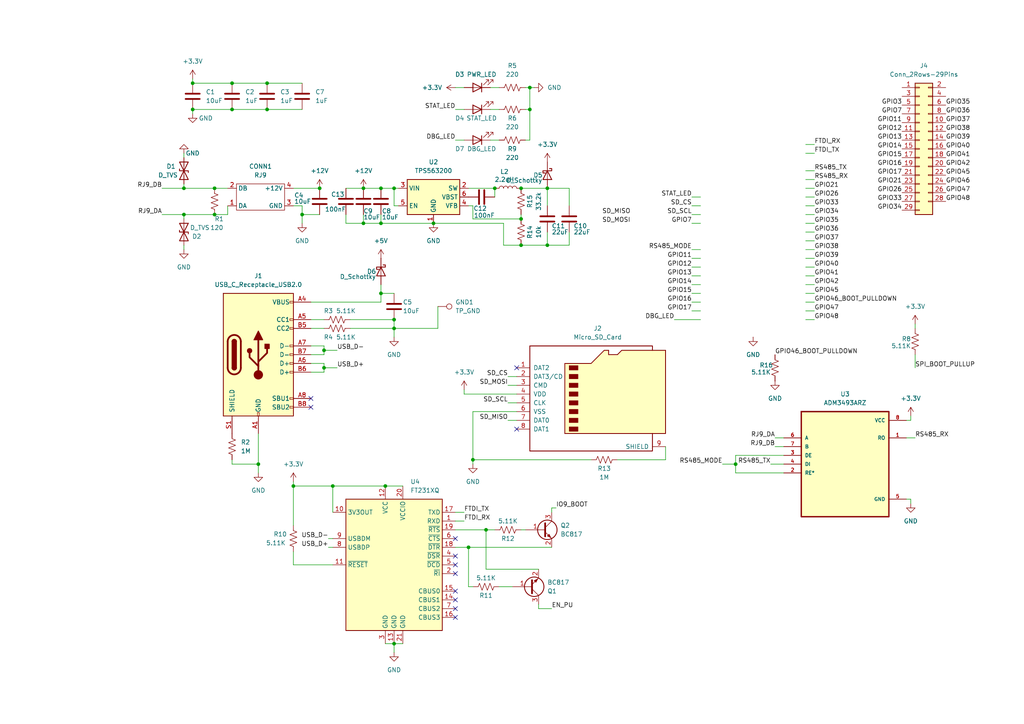
<source format=kicad_sch>
(kicad_sch (version 20231120) (generator "eeschema") (generator_version "8.0")
  (paper "A4")
  (lib_symbols
    (symbol "+3.3V_1" (power) (pin_names (offset 0))
      (property "Value" "+3.3V_1" (at 0 3.556 0))
      (symbol "+3.3V_1_1_1"
        (pin power_in line (at 0 0 90) (length 0) hide (name "+3.3V") (number "1"))
      )
    )
    (symbol "+3.3V_2" (power) (pin_names (offset 0))
      (property "Value" "+3.3V_2" (at 0 3.556 0))
      (symbol "+3.3V_2_1_1"
        (pin power_in line (at 0 0 90) (length 0) hide (name "+3.3V") (number "1"))
      )
    )
    (symbol "Connector:Micro_SD_Card" (pin_names (offset 1.016))
      (property "Reference" "J" (at -16.51 15.24 0))
      (property "Value" "Micro_SD_Card" (at 16.51 15.24 0))
      (symbol "Micro_SD_Card_1_1"
        (pin bidirectional line (at -22.86 7.62 0) (length 3.81) (name "DAT2") (number "1"))
        (pin bidirectional line (at -22.86 5.08 0) (length 3.81) (name "DAT3/CD") (number "2"))
        (pin input line (at -22.86 2.54 0) (length 3.81) (name "CMD") (number "3"))
        (pin power_in line (at -22.86 0 0) (length 3.81) (name "VDD") (number "4"))
        (pin input line (at -22.86 -2.54 0) (length 3.81) (name "CLK") (number "5"))
        (pin power_in line (at -22.86 -5.08 0) (length 3.81) (name "VSS") (number "6"))
        (pin bidirectional line (at -22.86 -7.62 0) (length 3.81) (name "DAT0") (number "7"))
        (pin bidirectional line (at -22.86 -10.16 0) (length 3.81) (name "DAT1") (number "8"))
        (pin passive line (at 20.32 -15.24 180) (length 3.81) (name "SHIELD") (number "9"))
      )
    )
    (symbol "Connector:TestPoint" (pin_numbers hide) (pin_names (offset 0.762) hide)
      (property "Reference" "TP" (at 0 6.858 0))
      (property "Value" "TestPoint" (at 0 5.08 0))
      (symbol "TestPoint_1_1"
        (pin passive line (at 0 0 90) (length 2.54) (name "1") (number "1"))
      )
    )
    (symbol "Connector:USB_C_Receptacle_USB2.0" (pin_names (offset 1.016))
      (property "Reference" "J" (at -10.16 19.05 0))
      (property "Value" "USB_C_Receptacle_USB2.0" (at 19.05 19.05 0))
      (symbol "USB_C_Receptacle_USB2.0_1_1"
        (pin passive line (at 0 -22.86 90) (length 5.08) (name "GND") (number "A1"))
        (pin passive line (at 0 -22.86 90) (length 5.08) hide (name "GND") (number "A12"))
        (pin passive line (at 15.24 15.24 180) (length 5.08) (name "VBUS") (number "A4"))
        (pin bidirectional line (at 15.24 10.16 180) (length 5.08) (name "CC1") (number "A5"))
        (pin bidirectional line (at 15.24 -2.54 180) (length 5.08) (name "D+") (number "A6"))
        (pin bidirectional line (at 15.24 2.54 180) (length 5.08) (name "D-") (number "A7"))
        (pin bidirectional line (at 15.24 -12.7 180) (length 5.08) (name "SBU1") (number "A8"))
        (pin passive line (at 15.24 15.24 180) (length 5.08) hide (name "VBUS") (number "A9"))
        (pin passive line (at 0 -22.86 90) (length 5.08) hide (name "GND") (number "B1"))
        (pin passive line (at 0 -22.86 90) (length 5.08) hide (name "GND") (number "B12"))
        (pin passive line (at 15.24 15.24 180) (length 5.08) hide (name "VBUS") (number "B4"))
        (pin bidirectional line (at 15.24 7.62 180) (length 5.08) (name "CC2") (number "B5"))
        (pin bidirectional line (at 15.24 -5.08 180) (length 5.08) (name "D+") (number "B6"))
        (pin bidirectional line (at 15.24 0 180) (length 5.08) (name "D-") (number "B7"))
        (pin bidirectional line (at 15.24 -15.24 180) (length 5.08) (name "SBU2") (number "B8"))
        (pin passive line (at 15.24 15.24 180) (length 5.08) hide (name "VBUS") (number "B9"))
        (pin passive line (at -7.62 -22.86 90) (length 5.08) (name "SHIELD") (number "S1"))
      )
    )
    (symbol "Connector_Generic:Conn_2Rows-29Pins" (pin_names (offset 1.016) hide)
      (property "Reference" "J" (at 1.27 20.32 0))
      (property "Value" "Conn_2Rows-29Pins" (at 1.27 -20.32 0))
      (symbol "Conn_2Rows-29Pins_1_1"
        (pin passive line (at -5.08 17.78 0) (length 3.81) (name "Pin_1") (number "1"))
        (pin passive line (at 7.62 7.62 180) (length 3.81) (name "Pin_10") (number "10"))
        (pin passive line (at -5.08 5.08 0) (length 3.81) (name "Pin_11") (number "11"))
        (pin passive line (at 7.62 5.08 180) (length 3.81) (name "Pin_12") (number "12"))
        (pin passive line (at -5.08 2.54 0) (length 3.81) (name "Pin_13") (number "13"))
        (pin passive line (at 7.62 2.54 180) (length 3.81) (name "Pin_14") (number "14"))
        (pin passive line (at -5.08 0 0) (length 3.81) (name "Pin_15") (number "15"))
        (pin passive line (at 7.62 0 180) (length 3.81) (name "Pin_16") (number "16"))
        (pin passive line (at -5.08 -2.54 0) (length 3.81) (name "Pin_17") (number "17"))
        (pin passive line (at 7.62 -2.54 180) (length 3.81) (name "Pin_18") (number "18"))
        (pin passive line (at -5.08 -5.08 0) (length 3.81) (name "Pin_19") (number "19"))
        (pin passive line (at 7.62 17.78 180) (length 3.81) (name "Pin_2") (number "2"))
        (pin passive line (at 7.62 -5.08 180) (length 3.81) (name "Pin_20") (number "20"))
        (pin passive line (at -5.08 -7.62 0) (length 3.81) (name "Pin_21") (number "21"))
        (pin passive line (at 7.62 -7.62 180) (length 3.81) (name "Pin_22") (number "22"))
        (pin passive line (at -5.08 -10.16 0) (length 3.81) (name "Pin_23") (number "23"))
        (pin passive line (at 7.62 -10.16 180) (length 3.81) (name "Pin_24") (number "24"))
        (pin passive line (at -5.08 -12.7 0) (length 3.81) (name "Pin_25") (number "25"))
        (pin passive line (at 7.62 -12.7 180) (length 3.81) (name "Pin_26") (number "26"))
        (pin passive line (at -5.08 -15.24 0) (length 3.81) (name "Pin_27") (number "27"))
        (pin passive line (at 7.62 -15.24 180) (length 3.81) (name "Pin_28") (number "28"))
        (pin passive line (at -5.08 -17.78 0) (length 3.81) (name "Pin_29") (number "29"))
        (pin passive line (at -5.08 15.24 0) (length 3.81) (name "Pin_3") (number "3"))
        (pin passive line (at 7.62 15.24 180) (length 3.81) (name "Pin_4") (number "4"))
        (pin passive line (at -5.08 12.7 0) (length 3.81) (name "Pin_5") (number "5"))
        (pin passive line (at 7.62 12.7 180) (length 3.81) (name "Pin_6") (number "6"))
        (pin passive line (at -5.08 10.16 0) (length 3.81) (name "Pin_7") (number "7"))
        (pin passive line (at 7.62 10.16 180) (length 3.81) (name "Pin_8") (number "8"))
        (pin passive line (at -5.08 7.62 0) (length 3.81) (name "Pin_9") (number "9"))
      )
    )
    (symbol "Device:C" (pin_numbers hide) (pin_names (offset 0.254))
      (property "Reference" "C" (at 0.635 2.54 0))
      (property "Value" "C" (at 0.635 -2.54 0))
      (symbol "C_1_1"
        (pin passive line (at 0 3.81 270) (length 2.794) (name "~") (number "1"))
        (pin passive line (at 0 -3.81 90) (length 2.794) (name "~") (number "2"))
      )
    )
    (symbol "Device:D_Schottky" (pin_numbers hide) (pin_names (offset 1.016) hide)
      (property "Reference" "D" (at 0 2.54 0))
      (property "Value" "D_Schottky" (at 0 -2.54 0))
      (symbol "D_Schottky_1_1"
        (pin passive line (at -3.81 0 0) (length 2.54) (name "K") (number "1"))
        (pin passive line (at 3.81 0 180) (length 2.54) (name "A") (number "2"))
      )
    )
    (symbol "Device:D_TVS" (pin_numbers hide) (pin_names (offset 1.016) hide)
      (property "Reference" "D" (at 0 2.54 0))
      (property "Value" "D_TVS" (at 0 -2.54 0))
      (symbol "D_TVS_1_1"
        (pin passive line (at -3.81 0 0) (length 2.54) (name "A1") (number "1"))
        (pin passive line (at 3.81 0 180) (length 2.54) (name "A2") (number "2"))
      )
    )
    (symbol "Device:L" (pin_numbers hide) (pin_names (offset 1.016) hide)
      (property "Reference" "L" (at -1.27 0 90))
      (property "Value" "L" (at 1.905 0 90))
      (symbol "L_1_1"
        (pin passive line (at 0 3.81 270) (length 1.27) (name "1") (number "1"))
        (pin passive line (at 0 -3.81 90) (length 1.27) (name "2") (number "2"))
      )
    )
    (symbol "Device:LED" (pin_numbers hide) (pin_names (offset 1.016) hide)
      (property "Reference" "D" (at 0 2.54 0))
      (property "Value" "LED" (at 0 -2.54 0))
      (symbol "LED_1_1"
        (pin passive line (at -3.81 0 0) (length 2.54) (name "K") (number "1"))
        (pin passive line (at 3.81 0 180) (length 2.54) (name "A") (number "2"))
      )
    )
    (symbol "Device:R_US" (pin_numbers hide) (pin_names (offset 0))
      (property "Reference" "R" (at 2.54 0 90))
      (property "Value" "R_US" (at -2.54 0 90))
      (symbol "R_US_1_1"
        (pin passive line (at 0 3.81 270) (length 1.27) (name "~") (number "1"))
        (pin passive line (at 0 -3.81 90) (length 1.27) (name "~") (number "2"))
      )
    )
    (symbol "GND_1" (power) (pin_names (offset 0))
      (property "Value" "GND_1" (at 0 -3.81 0))
      (symbol "GND_1_1_1"
        (pin power_in line (at 0 0 270) (length 0) hide (name "GND") (number "1"))
      )
    )
    (symbol "GND_2" (power) (pin_names (offset 0))
      (property "Value" "GND_2" (at 0 -3.81 0))
      (symbol "GND_2_1_1"
        (pin power_in line (at 0 0 270) (length 0) hide (name "GND") (number "1"))
      )
    )
    (symbol "GND_3" (power) (pin_numbers hide) (pin_names (offset 0) hide)
      (property "Value" "GND" (at 0 -3.81 0))
      (symbol "GND_3_1_1"
        (pin power_in line (at 0 0 270) (length 0) (name "~") (number "1"))
      )
    )
    (symbol "Interface_USB:FT231XQ"
      (property "Reference" "U" (at -13.97 20.32 0))
      (property "Value" "FT231XQ" (at 6.35 20.32 0))
      (symbol "FT231XQ_1_1"
        (pin input line (at 17.78 12.7 180) (length 3.81) (name "RXD") (number "1"))
        (pin power_out line (at -17.78 15.24 0) (length 3.81) (name "3V3OUT") (number "10"))
        (pin input line (at -17.78 0 0) (length 3.81) (name "~{RESET}") (number "11"))
        (pin power_in line (at -2.54 22.86 270) (length 3.81) (name "VCC") (number "12"))
        (pin power_in line (at 0 -22.86 90) (length 3.81) (name "GND") (number "13"))
        (pin bidirectional line (at 17.78 -10.16 180) (length 3.81) (name "CBUS1") (number "14"))
        (pin bidirectional line (at 17.78 -7.62 180) (length 3.81) (name "CBUS0") (number "15"))
        (pin bidirectional line (at 17.78 -15.24 180) (length 3.81) (name "CBUS3") (number "16"))
        (pin output line (at 17.78 15.24 180) (length 3.81) (name "TXD") (number "17"))
        (pin output line (at 17.78 5.08 180) (length 3.81) (name "~{DTR}") (number "18"))
        (pin output line (at 17.78 10.16 180) (length 3.81) (name "~{RTS}") (number "19"))
        (pin input line (at 17.78 -2.54 180) (length 3.81) (name "~{RI}") (number "2"))
        (pin power_in line (at 2.54 22.86 270) (length 3.81) (name "VCCIO") (number "20"))
        (pin power_in line (at 2.54 -22.86 90) (length 3.81) (name "GND") (number "21"))
        (pin power_in line (at -2.54 -22.86 90) (length 3.81) (name "GND") (number "3"))
        (pin input line (at 17.78 2.54 180) (length 3.81) (name "~{DSR}") (number "4"))
        (pin input line (at 17.78 0 180) (length 3.81) (name "~{DCD}") (number "5"))
        (pin input line (at 17.78 7.62 180) (length 3.81) (name "~{CTS}") (number "6"))
        (pin bidirectional line (at 17.78 -12.7 180) (length 3.81) (name "CBUS2") (number "7"))
        (pin bidirectional line (at -17.78 5.08 0) (length 3.81) (name "USBDP") (number "8"))
        (pin bidirectional line (at -17.78 7.62 0) (length 3.81) (name "USBDM") (number "9"))
      )
    )
    (symbol "RJ9:RJ9"
      (property "Reference" "CONN1" (at -0.635 8.89 0))
      (property "Value" "RJ9" (at -0.635 6.35 0))
      (symbol "RJ9_1_1"
        (pin power_in line (at -8.89 2.54 0) (length 2.54) (name "DA") (number "1"))
        (pin power_in line (at -8.89 -2.54 0) (length 2.54) (name "DB") (number "2"))
        (pin bidirectional line (at 10.16 2.54 180) (length 2.54) (name "GND") (number "3"))
        (pin bidirectional line (at 10.16 -2.54 180) (length 2.54) (name "+12V") (number "4"))
      )
    )
    (symbol "RS485_Transceiver:ADM3493ARZ" (pin_names (offset 1.016))
      (property "Reference" "U" (at -12.7 16.2306 0))
      (property "Value" "ADM3493ARZ" (at -12.7 -19.2278 0))
      (symbol "ADM3493ARZ_0_0"
        (pin output line (at 17.78 7.62 180) (length 5.08) (name "RO") (number "1"))
        (pin input line (at -17.78 -2.54 0) (length 5.08) (name "RE*") (number "2"))
        (pin input line (at -17.78 2.54 0) (length 5.08) (name "DE") (number "3"))
        (pin input line (at -17.78 0 0) (length 5.08) (name "DI") (number "4"))
        (pin power_in line (at 17.78 -10.16 180) (length 5.08) (name "GND") (number "5"))
        (pin input line (at -17.78 7.62 0) (length 5.08) (name "A") (number "6"))
        (pin input line (at -17.78 5.08 0) (length 5.08) (name "B") (number "7"))
        (pin power_in line (at 17.78 12.7 180) (length 5.08) (name "VCC") (number "8"))
      )
    )
    (symbol "Regulator_Switching:TPS563200"
      (property "Reference" "U" (at -7.62 6.35 0))
      (property "Value" "TPS563200" (at -2.54 6.35 0))
      (symbol "TPS563200_1_1"
        (pin power_in line (at 0 -7.62 90) (length 2.54) (name "GND") (number "1"))
        (pin output line (at 10.16 2.54 180) (length 2.54) (name "SW") (number "2"))
        (pin power_in line (at -10.16 2.54 0) (length 2.54) (name "VIN") (number "3"))
        (pin input line (at 10.16 -2.54 180) (length 2.54) (name "VFB") (number "4"))
        (pin input line (at -10.16 -2.54 0) (length 2.54) (name "EN") (number "5"))
        (pin passive line (at 10.16 0 180) (length 2.54) (name "VBST") (number "6"))
      )
    )
    (symbol "Transistor_BJT:BC817" (pin_names (offset 0) hide)
      (property "Reference" "Q" (at 5.08 1.905 0))
      (property "Value" "BC817" (at 5.08 0 0))
      (symbol "BC817_1_1"
        (pin input line (at -5.08 0 0) (length 5.715) (name "B") (number "1"))
        (pin passive line (at 2.54 -5.08 90) (length 2.54) (name "E") (number "2"))
        (pin passive line (at 2.54 5.08 270) (length 2.54) (name "C") (number "3"))
      )
    )
    (symbol "power:+12V" (power) (pin_numbers hide) (pin_names (offset 0) hide)
      (property "Value" "+12V" (at 0 3.556 0))
      (symbol "+12V_1_1"
        (pin power_in line (at 0 0 90) (length 0) (name "~") (number "1"))
      )
    )
    (symbol "power:+3.3V" (power) (pin_names (offset 0))
      (property "Value" "+3.3V" (at 0 3.556 0))
      (symbol "+3.3V_1_1"
        (pin power_in line (at 0 0 90) (length 0) hide (name "+3.3V") (number "1"))
      )
    )
    (symbol "power:+5V" (power) (pin_numbers hide) (pin_names (offset 0) hide)
      (property "Value" "+5V" (at 0 3.556 0))
      (symbol "+5V_1_1"
        (pin power_in line (at 0 0 90) (length 0) (name "~") (number "1"))
      )
    )
    (symbol "power:GND" (power) (pin_names (offset 0))
      (property "Value" "GND" (at 0 -3.81 0))
      (symbol "GND_1_1"
        (pin power_in line (at 0 0 270) (length 0) hide (name "GND") (number "1"))
      )
    )
  )
  (junction (at 151.13 54.61))
  (junction (at 110.49 54.61))
  (junction (at 140.97 153.67))
  (junction (at 137.16 133.35))
  (junction (at 74.93 134.62))
  (junction (at 85.09 140.97))
  (junction (at 153.67 31.75))
  (junction (at 93.98 101.6))
  (junction (at 151.13 63.5))
  (junction (at 114.3 186.69))
  (junction (at 62.23 54.61))
  (junction (at 77.47 24.13))
  (junction (at 158.75 54.61))
  (junction (at 92.71 54.61))
  (junction (at 114.3 92.71))
  (junction (at 93.98 106.68))
  (junction (at 62.23 62.23))
  (junction (at 67.31 24.13))
  (junction (at 55.88 24.13))
  (junction (at 114.3 54.61))
  (junction (at 135.89 158.75))
  (junction (at 153.67 25.4))
  (junction (at 77.47 31.75))
  (junction (at 143.51 54.61))
  (junction (at 105.41 64.77))
  (junction (at 67.31 31.75))
  (junction (at 55.88 31.75))
  (junction (at 87.63 62.23))
  (junction (at 151.13 71.12))
  (junction (at 110.49 85.09))
  (junction (at 158.75 71.12))
  (junction (at 105.41 54.61))
  (junction (at 213.36 134.62))
  (junction (at 53.34 54.61))
  (junction (at 111.76 140.97))
  (junction (at 125.73 64.77))
  (junction (at 53.34 62.23))
  (junction (at 96.52 140.97))
  (junction (at 114.3 95.25))
  (junction (at 110.49 64.77))
  (no_connect (at 132.08 173.99))
  (no_connect (at 132.08 156.21))
  (no_connect (at 149.86 106.68))
  (no_connect (at 149.86 124.46))
  (no_connect (at 132.08 179.07))
  (no_connect (at 132.08 163.83))
  (no_connect (at 132.08 166.37))
  (no_connect (at 90.17 115.57))
  (no_connect (at 132.08 171.45))
  (no_connect (at 132.08 161.29))
  (no_connect (at 132.08 176.53))
  (no_connect (at 90.17 118.11))
  (wire (pts (xy 142.24 25.4) (xy 144.78 25.4)))
  (wire (pts (xy 152.4 40.64) (xy 153.67 40.64)))
  (wire (pts (xy 213.36 137.16) (xy 227.33 137.16)))
  (wire (pts (xy 67.31 24.13) (xy 77.47 24.13)))
  (wire (pts (xy 110.49 54.61) (xy 114.3 54.61)))
  (wire (pts (xy 152.4 25.4) (xy 153.67 25.4)))
  (wire (pts (xy 158.75 71.12) (xy 151.13 71.12)))
  (wire (pts (xy 93.98 102.87) (xy 90.17 102.87)))
  (wire (pts (xy 111.76 140.97) (xy 116.84 140.97)))
  (wire (pts (xy 132.08 40.64) (xy 134.62 40.64)))
  (wire (pts (xy 85.09 140.97) (xy 85.09 152.4)))
  (wire (pts (xy 110.49 85.09) (xy 114.3 85.09)))
  (wire (pts (xy 85.09 140.97) (xy 96.52 140.97)))
  (wire (pts (xy 200.66 85.09) (xy 203.2 85.09)))
  (wire (pts (xy 233.68 54.61) (xy 236.22 54.61)))
  (wire (pts (xy 233.68 62.23) (xy 236.22 62.23)))
  (wire (pts (xy 96.52 163.83) (xy 85.09 163.83)))
  (wire (pts (xy 46.99 54.61) (xy 53.34 54.61)))
  (wire (pts (xy 233.68 82.55) (xy 236.22 82.55)))
  (wire (pts (xy 142.24 31.75) (xy 144.78 31.75)))
  (wire (pts (xy 142.24 40.64) (xy 144.78 40.64)))
  (wire (pts (xy 147.32 116.84) (xy 149.86 116.84)))
  (wire (pts (xy 233.68 69.85) (xy 236.22 69.85)))
  (wire (pts (xy 93.98 101.6) (xy 97.79 101.6)))
  (wire (pts (xy 115.57 59.69) (xy 114.3 59.69)))
  (wire (pts (xy 85.09 54.61) (xy 92.71 54.61)))
  (wire (pts (xy 127 95.25) (xy 114.3 95.25)))
  (wire (pts (xy 62.23 62.23) (xy 66.04 62.23)))
  (wire (pts (xy 227.33 132.08) (xy 213.36 132.08)))
  (wire (pts (xy 92.71 62.23) (xy 87.63 62.23)))
  (wire (pts (xy 127 88.9) (xy 127 95.25)))
  (wire (pts (xy 85.09 139.7) (xy 85.09 140.97)))
  (wire (pts (xy 200.66 59.69) (xy 203.2 59.69)))
  (wire (pts (xy 111.76 186.69) (xy 114.3 186.69)))
  (wire (pts (xy 151.13 153.67) (xy 152.4 153.67)))
  (wire (pts (xy 137.16 119.38) (xy 149.86 119.38)))
  (wire (pts (xy 224.79 127) (xy 227.33 127)))
  (wire (pts (xy 165.1 54.61) (xy 158.75 54.61)))
  (wire (pts (xy 53.34 53.34) (xy 53.34 54.61)))
  (wire (pts (xy 67.31 134.62) (xy 74.93 134.62)))
  (wire (pts (xy 93.98 107.95) (xy 90.17 107.95)))
  (wire (pts (xy 135.89 158.75) (xy 135.89 170.18)))
  (wire (pts (xy 137.16 134.62) (xy 137.16 133.35)))
  (wire (pts (xy 93.98 100.33) (xy 93.98 101.6)))
  (wire (pts (xy 165.1 59.69) (xy 165.1 54.61)))
  (wire (pts (xy 233.68 92.71) (xy 236.22 92.71)))
  (wire (pts (xy 160.02 147.32) (xy 160.02 148.59)))
  (wire (pts (xy 135.89 54.61) (xy 143.51 54.61)))
  (wire (pts (xy 100.33 64.77) (xy 105.41 64.77)))
  (wire (pts (xy 265.43 102.87) (xy 265.43 106.68)))
  (wire (pts (xy 53.34 63.5) (xy 53.34 62.23)))
  (wire (pts (xy 105.41 64.77) (xy 105.41 62.23)))
  (wire (pts (xy 233.68 67.31) (xy 236.22 67.31)))
  (wire (pts (xy 87.63 64.77) (xy 87.63 62.23)))
  (wire (pts (xy 62.23 54.61) (xy 66.04 54.61)))
  (wire (pts (xy 200.66 87.63) (xy 203.2 87.63)))
  (wire (pts (xy 158.75 54.61) (xy 158.75 59.69)))
  (wire (pts (xy 132.08 148.59) (xy 134.62 148.59)))
  (wire (pts (xy 95.25 156.21) (xy 96.52 156.21)))
  (wire (pts (xy 53.34 44.45) (xy 53.34 45.72)))
  (wire (pts (xy 200.66 90.17) (xy 203.2 90.17)))
  (wire (pts (xy 114.3 92.71) (xy 114.3 95.25)))
  (wire (pts (xy 153.67 31.75) (xy 153.67 40.64)))
  (wire (pts (xy 236.22 52.07) (xy 233.68 52.07)))
  (wire (pts (xy 200.66 74.93) (xy 203.2 74.93)))
  (wire (pts (xy 93.98 101.6) (xy 93.98 102.87)))
  (wire (pts (xy 135.89 59.69) (xy 137.16 59.69)))
  (wire (pts (xy 195.58 92.71) (xy 203.2 92.71)))
  (wire (pts (xy 93.98 106.68) (xy 97.79 106.68)))
  (wire (pts (xy 96.52 140.97) (xy 111.76 140.97)))
  (wire (pts (xy 151.13 71.12) (xy 146.05 71.12)))
  (wire (pts (xy 193.04 129.54) (xy 193.04 133.35)))
  (wire (pts (xy 105.41 54.61) (xy 110.49 54.61)))
  (wire (pts (xy 264.16 146.05) (xy 264.16 144.78)))
  (wire (pts (xy 85.09 59.69) (xy 87.63 59.69)))
  (wire (pts (xy 209.55 134.62) (xy 213.36 134.62)))
  (wire (pts (xy 55.88 31.75) (xy 67.31 31.75)))
  (wire (pts (xy 151.13 63.5) (xy 151.13 62.23)))
  (wire (pts (xy 144.78 170.18) (xy 148.59 170.18)))
  (wire (pts (xy 137.16 133.35) (xy 137.16 119.38)))
  (wire (pts (xy 110.49 82.55) (xy 110.49 85.09)))
  (wire (pts (xy 90.17 87.63) (xy 110.49 87.63)))
  (wire (pts (xy 147.32 121.92) (xy 149.86 121.92)))
  (wire (pts (xy 55.88 24.13) (xy 67.31 24.13)))
  (wire (pts (xy 66.04 62.23) (xy 66.04 59.69)))
  (wire (pts (xy 137.16 63.5) (xy 151.13 63.5)))
  (wire (pts (xy 114.3 95.25) (xy 114.3 97.79)))
  (wire (pts (xy 233.68 87.63) (xy 236.22 87.63)))
  (wire (pts (xy 233.68 74.93) (xy 236.22 74.93)))
  (wire (pts (xy 264.16 121.92) (xy 262.89 121.92)))
  (wire (pts (xy 132.08 31.75) (xy 134.62 31.75)))
  (wire (pts (xy 110.49 62.23) (xy 110.49 64.77)))
  (wire (pts (xy 143.51 153.67) (xy 140.97 153.67)))
  (wire (pts (xy 135.89 158.75) (xy 160.02 158.75)))
  (wire (pts (xy 90.17 92.71) (xy 93.98 92.71)))
  (wire (pts (xy 85.09 163.83) (xy 85.09 160.02)))
  (wire (pts (xy 132.08 25.4) (xy 134.62 25.4)))
  (wire (pts (xy 224.79 129.54) (xy 227.33 129.54)))
  (wire (pts (xy 156.21 176.53) (xy 156.21 175.26)))
  (wire (pts (xy 158.75 54.61) (xy 151.13 54.61)))
  (wire (pts (xy 152.4 31.75) (xy 153.67 31.75)))
  (wire (pts (xy 149.86 114.3) (xy 134.62 114.3)))
  (wire (pts (xy 200.66 80.01) (xy 203.2 80.01)))
  (wire (pts (xy 200.66 57.15) (xy 203.2 57.15)))
  (wire (pts (xy 93.98 105.41) (xy 93.98 106.68)))
  (wire (pts (xy 158.75 67.31) (xy 158.75 71.12)))
  (wire (pts (xy 262.89 127) (xy 265.43 127)))
  (wire (pts (xy 233.68 90.17) (xy 236.22 90.17)))
  (wire (pts (xy 135.89 170.18) (xy 137.16 170.18)))
  (wire (pts (xy 90.17 105.41) (xy 93.98 105.41)))
  (wire (pts (xy 213.36 134.62) (xy 213.36 137.16)))
  (wire (pts (xy 96.52 140.97) (xy 96.52 148.59)))
  (wire (pts (xy 132.08 153.67) (xy 140.97 153.67)))
  (wire (pts (xy 200.66 77.47) (xy 203.2 77.47)))
  (wire (pts (xy 200.66 64.77) (xy 203.2 64.77)))
  (wire (pts (xy 160.02 176.53) (xy 156.21 176.53)))
  (wire (pts (xy 114.3 54.61) (xy 115.57 54.61)))
  (wire (pts (xy 233.68 57.15) (xy 236.22 57.15)))
  (wire (pts (xy 67.31 133.35) (xy 67.31 134.62)))
  (wire (pts (xy 55.88 31.75) (xy 55.88 33.02)))
  (wire (pts (xy 90.17 95.25) (xy 93.98 95.25)))
  (wire (pts (xy 125.73 64.77) (xy 110.49 64.77)))
  (wire (pts (xy 101.6 92.71) (xy 114.3 92.71)))
  (wire (pts (xy 161.29 147.32) (xy 160.02 147.32)))
  (wire (pts (xy 87.63 59.69) (xy 87.63 62.23)))
  (wire (pts (xy 93.98 106.68) (xy 93.98 107.95)))
  (wire (pts (xy 74.93 125.73) (xy 74.93 134.62)))
  (wire (pts (xy 143.51 54.61) (xy 143.51 57.15)))
  (wire (pts (xy 233.68 80.01) (xy 236.22 80.01)))
  (wire (pts (xy 146.05 71.12) (xy 146.05 64.77)))
  (wire (pts (xy 53.34 62.23) (xy 62.23 62.23)))
  (wire (pts (xy 77.47 24.13) (xy 87.63 24.13)))
  (wire (pts (xy 114.3 186.69) (xy 114.3 189.23)))
  (wire (pts (xy 265.43 93.98) (xy 265.43 95.25)))
  (wire (pts (xy 146.05 64.77) (xy 125.73 64.77)))
  (wire (pts (xy 153.67 25.4) (xy 153.67 31.75)))
  (wire (pts (xy 101.6 95.25) (xy 114.3 95.25)))
  (wire (pts (xy 193.04 133.35) (xy 179.07 133.35)))
  (wire (pts (xy 236.22 41.91) (xy 233.68 41.91)))
  (wire (pts (xy 200.66 72.39) (xy 203.2 72.39)))
  (wire (pts (xy 100.33 54.61) (xy 105.41 54.61)))
  (wire (pts (xy 53.34 54.61) (xy 62.23 54.61)))
  (wire (pts (xy 46.99 62.23) (xy 53.34 62.23)))
  (wire (pts (xy 264.16 120.65) (xy 264.16 121.92)))
  (wire (pts (xy 147.32 109.22) (xy 149.86 109.22)))
  (wire (pts (xy 53.34 72.39) (xy 53.34 71.12)))
  (wire (pts (xy 140.97 165.1) (xy 140.97 153.67)))
  (wire (pts (xy 55.88 22.86) (xy 55.88 24.13)))
  (wire (pts (xy 165.1 67.31) (xy 165.1 71.12)))
  (wire (pts (xy 223.52 134.62) (xy 227.33 134.62)))
  (wire (pts (xy 171.45 133.35) (xy 137.16 133.35)))
  (wire (pts (xy 132.08 151.13) (xy 134.62 151.13)))
  (wire (pts (xy 77.47 31.75) (xy 87.63 31.75)))
  (wire (pts (xy 134.62 114.3) (xy 134.62 113.03)))
  (wire (pts (xy 110.49 85.09) (xy 110.49 87.63)))
  (wire (pts (xy 233.68 77.47) (xy 236.22 77.47)))
  (wire (pts (xy 233.68 72.39) (xy 236.22 72.39)))
  (wire (pts (xy 233.68 64.77) (xy 236.22 64.77)))
  (wire (pts (xy 90.17 100.33) (xy 93.98 100.33)))
  (wire (pts (xy 213.36 132.08) (xy 213.36 134.62)))
  (wire (pts (xy 74.93 134.62) (xy 74.93 137.16)))
  (wire (pts (xy 110.49 64.77) (xy 105.41 64.77)))
  (wire (pts (xy 114.3 186.69) (xy 116.84 186.69)))
  (wire (pts (xy 114.3 59.69) (xy 114.3 54.61)))
  (wire (pts (xy 165.1 71.12) (xy 158.75 71.12)))
  (wire (pts (xy 147.32 111.76) (xy 149.86 111.76)))
  (wire (pts (xy 95.25 158.75) (xy 96.52 158.75)))
  (wire (pts (xy 200.66 82.55) (xy 203.2 82.55)))
  (wire (pts (xy 67.31 31.75) (xy 77.47 31.75)))
  (wire (pts (xy 236.22 44.45) (xy 233.68 44.45)))
  (wire (pts (xy 233.68 85.09) (xy 236.22 85.09)))
  (wire (pts (xy 137.16 59.69) (xy 137.16 63.5)))
  (wire (pts (xy 156.21 165.1) (xy 140.97 165.1)))
  (wire (pts (xy 233.68 59.69) (xy 236.22 59.69)))
  (wire (pts (xy 153.67 25.4) (xy 154.94 25.4)))
  (wire (pts (xy 200.66 62.23) (xy 203.2 62.23)))
  (wire (pts (xy 135.89 158.75) (xy 132.08 158.75)))
  (wire (pts (xy 100.33 62.23) (xy 100.33 64.77)))
  (wire (pts (xy 264.16 144.78) (xy 262.89 144.78)))
  (wire (pts (xy 236.22 49.53) (xy 233.68 49.53)))
  (label "FTDI_RX" (at 236.22 41.91 0))
  (label "GPIO13" (at 261.62 40.64 180))
  (label "DBG_LED" (at 195.58 92.71 180))
  (label "GPIO41" (at 274.32 45.72 0))
  (label "RJ9_DB" (at 46.99 54.61 180))
  (label "DBG_LED" (at 132.08 40.64 180))
  (label "GPIO46_BOOT_PULLDOWN" (at 236.22 87.63 0))
  (label "GPIO42" (at 274.32 48.26 0))
  (label "GPIO16" (at 261.62 48.26 180))
  (label "GPIO39" (at 236.22 74.93 0))
  (label "GPIO7" (at 261.62 33.02 180))
  (label "GPIO42" (at 236.22 82.55 0))
  (label "RS485_RX" (at 236.22 52.07 0))
  (label "RS485_TX" (at 236.22 49.53 0))
  (label "GPIO15" (at 200.66 85.09 180))
  (label "GPIO26" (at 236.22 57.15 0))
  (label "GPIO16" (at 200.66 87.63 180))
  (label "FTDI_RX" (at 134.62 151.13 0))
  (label "GPIO36" (at 236.22 67.31 0))
  (label "GPIO46_BOOT_PULLDOWN" (at 224.79 102.87 0))
  (label "GPIO17" (at 200.66 90.17 180))
  (label "SD_CS" (at 147.32 109.22 180))
  (label "GPIO14" (at 200.66 82.55 180))
  (label "GPIO38" (at 274.32 38.1 0))
  (label "RJ9_DB" (at 224.79 129.54 180))
  (label "USB_D-" (at 95.25 156.21 180))
  (label "USB_D+" (at 95.25 158.75 180))
  (label "GPIO12" (at 200.66 77.47 180))
  (label "GPIO47" (at 236.22 90.17 0))
  (label "GPIO35" (at 274.32 30.48 0))
  (label "GPIO38" (at 236.22 72.39 0))
  (label "GPIO21" (at 236.22 54.61 0))
  (label "GPIO33" (at 261.62 58.42 180))
  (label "GPIO37" (at 236.22 69.85 0))
  (label "USB_D-" (at 97.79 101.6 0))
  (label "IO9_BOOT" (at 161.29 147.32 0))
  (label "GPIO3" (at 261.62 30.48 180))
  (label "GPIO17" (at 261.62 50.8 180))
  (label "RS485_TX" (at 223.52 134.62 180))
  (label "GPIO14" (at 261.62 43.18 180))
  (label "GPIO46" (at 274.32 53.34 0))
  (label "GPIO45" (at 236.22 85.09 0))
  (label "GPIO11" (at 261.62 35.56 180))
  (label "RJ9_DA" (at 46.99 62.23 180))
  (label "SPI_BOOT_PULLUP" (at 265.43 106.68 0))
  (label "GPIO40" (at 274.32 43.18 0))
  (label "GPIO41" (at 236.22 80.01 0))
  (label "GPIO47" (at 274.32 55.88 0))
  (label "EN_PU" (at 160.02 176.53 0))
  (label "STAT_LED" (at 132.08 31.75 180))
  (label "SD_MISO" (at 182.88 62.23 180))
  (label "GPIO45" (at 274.32 50.8 0))
  (label "GPIO15" (at 261.62 45.72 180))
  (label "SD_MISO" (at 147.32 121.92 180))
  (label "SD_SCL" (at 200.66 62.23 180))
  (label "RS485_MODE" (at 209.55 134.62 180))
  (label "STAT_LED" (at 200.66 57.15 180))
  (label "GPIO11" (at 200.66 74.93 180))
  (label "GPIO36" (at 274.32 33.02 0))
  (label "GPIO37" (at 274.32 35.56 0))
  (label "RJ9_DA" (at 224.79 127 180))
  (label "SD_MOSI" (at 147.32 111.76 180))
  (label "GPIO12" (at 261.62 38.1 180))
  (label "GPIO35" (at 236.22 64.77 0))
  (label "GPIO48" (at 236.22 92.71 0))
  (label "FTDI_TX" (at 236.22 44.45 0))
  (label "GPIO34" (at 236.22 62.23 0))
  (label "USB_D+" (at 97.79 106.68 0))
  (label "GPIO34" (at 261.62 60.96 180))
  (label "GPIO7" (at 200.66 64.77 180))
  (label "RS485_RX" (at 265.43 127 0))
  (label "GPIO13" (at 200.66 80.01 180))
  (label "SD_SCL" (at 147.32 116.84 180))
  (label "FTDI_TX" (at 134.62 148.59 0))
  (label "GPIO39" (at 274.32 40.64 0))
  (label "GPIO26" (at 261.62 55.88 180))
  (label "GPIO21" (at 261.62 53.34 180))
  (label "GPIO40" (at 236.22 77.47 0))
  (label "GPIO48" (at 274.32 58.42 0))
  (label "GPIO33" (at 236.22 59.69 0))
  (label "RS485_MODE" (at 200.66 72.39 180))
  (label "SD_CS" (at 200.66 59.69 180))
  (label "SD_MOSI" (at 182.88 64.77 180))
  (symbol (lib_name "+3.3V_2") (lib_id "power:+3.3V") (at 85.09 139.7 0) (unit 1)
    (property "Reference" "#PWR011" (effects (hide yes)))
    (property "Value" "+3.3V" (at 85.09 134.62 0))
  )
  (symbol (lib_id "Device:R_US") (at 175.26 133.35 270) (unit 1)
    (property "Reference" "R13" (at 175.26 135.89 90))
    (property "Value" "1M" (at 175.26 138.43 90))
    (property "Footprint" "Resistor_SMD:R_0805_2012Metric_Pad1.20x1.40mm_HandSolder" (effects (hide yes)))
  )
  (symbol (lib_id "Device:C") (at 67.31 27.94 0) (unit 1)
    (property "Reference" "C2" (at 71.12 26.6699 0) (effects (justify left)))
    (property "Value" "1uF" (at 71.12 29.2099 0) (effects (justify left)))
    (property "Footprint" "Capacitor_SMD:C_0805_2012Metric_Pad1.18x1.45mm_HandSolder" (effects (hide yes)))
  )
  (symbol (lib_name "GND_2") (lib_id "power:GND") (at 114.3 189.23 0) (unit 1)
    (property "Reference" "#PWR012" (effects (hide yes)))
    (property "Value" "GND" (at 114.3 194.31 0))
  )
  (symbol (lib_id "Device:R_US") (at 62.23 58.42 0) (unit 1)
    (property "Reference" "R1" (at 62.23 63.5 0) (effects (justify left)))
    (property "Value" "120" (at 60.96 66.04 0) (effects (justify left)))
    (property "Footprint" "Resistor_SMD:R_0805_2012Metric_Pad1.20x1.40mm_HandSolder" (effects (hide yes)))
  )
  (symbol (lib_id "Device:R_US") (at 151.13 58.42 180) (unit 1)
    (property "Reference" "R15" (at 153.67 58.42 90))
    (property "Value" "33.2k" (at 156.21 58.42 90))
    (property "Footprint" "Resistor_SMD:R_0805_2012Metric_Pad1.20x1.40mm_HandSolder" (effects (hide yes)))
  )
  (symbol (lib_id "Device:C") (at 105.41 58.42 0) (unit 1)
    (property "Reference" "C9" (at 105.41 61.214 0) (effects (justify left)))
    (property "Value" "10uF" (at 105.41 62.992 0) (effects (justify left)))
    (property "Footprint" "Capacitor_SMD:C_0805_2012Metric_Pad1.18x1.45mm_HandSolder" (effects (hide yes)))
  )
  (symbol (lib_id "Device:C") (at 87.63 27.94 0) (unit 1)
    (property "Reference" "C7" (at 91.44 26.6699 0) (effects (justify left)))
    (property "Value" "1uF" (at 91.44 29.2099 0) (effects (justify left)))
    (property "Footprint" "Capacitor_SMD:C_0805_2012Metric_Pad1.18x1.45mm_HandSolder" (effects (hide yes)))
  )
  (symbol (lib_id "Device:C") (at 158.75 63.5 0) (unit 1)
    (property "Reference" "C11" (at 160.02 65.532 0) (effects (justify left)))
    (property "Value" "22uF" (at 160.02 67.31 0) (effects (justify left)))
    (property "Footprint" "Capacitor_SMD:C_0805_2012Metric_Pad1.18x1.45mm_HandSolder" (effects (hide yes)))
  )
  (symbol (lib_id "Regulator_Switching:TPS563200") (at 125.73 57.15 0) (unit 1)
    (property "Reference" "U2" (at 125.73 46.99 0))
    (property "Value" "TPS563200" (at 125.73 49.53 0))
    (property "Footprint" "Package_TO_SOT_SMD:SOT-23-6" (effects (hide yes)))
    (property "Datasheet" "http://www.ti.com/lit/ds/symlink/tps563200.pdf" (effects (hide yes)))
    (property "Description" "3A Synchronous Step-Down Voltage Regulator, Adjustable Output Voltage, 4.5-17V Input Voltage, SOT-23-6" (effects (hide yes)))
  )
  (symbol (lib_name "GND_1") (lib_id "power:GND") (at 137.16 134.62 0) (unit 1)
    (property "Reference" "#PWR010" (effects (hide yes)))
    (property "Value" "GND" (at 137.16 139.7 0))
  )
  (symbol (lib_id "power:GND") (at 53.34 44.45 180) (unit 1)
    (property "Reference" "#PWR0101" (effects (hide yes)))
    (property "Value" "GND" (at 55.88 44.45 0))
  )
  (symbol (lib_name "+3.3V_1") (lib_id "power:+3.3V") (at 134.62 113.03 0) (unit 1)
    (property "Reference" "#PWR09" (effects (hide yes)))
    (property "Value" "+3.3V" (at 134.62 107.95 0))
  )
  (symbol (lib_id "Device:L") (at 147.32 54.61 90) (unit 1)
    (property "Reference" "L2" (at 146.304 49.784 90))
    (property "Value" "2.2uH" (at 146.304 52.07 90))
    (property "Description" "Inductor" (effects (hide yes)))
  )
  (symbol (lib_id "Device:LED") (at 138.43 40.64 180) (unit 1)
    (property "Reference" "D7" (at 133.35 43.18 0))
    (property "Value" "DBG_LED" (at 139.7 43.18 0))
    (property "Footprint" "LED_SMD:LED_0805_2012Metric_Pad1.15x1.40mm_HandSolder" (effects (hide yes)))
  )
  (symbol (lib_id "power:+3.3V") (at 158.75 46.99 0) (unit 1)
    (property "Reference" "#PWR05" (effects (hide yes)))
    (property "Value" "+3.3V" (at 158.75 41.91 0))
  )
  (symbol (lib_id "power:+3.3V") (at 55.88 22.86 0) (unit 1)
    (property "Reference" "#PWR0105" (effects (hide yes)))
    (property "Value" "+3.3V" (at 55.88 17.78 0))
  )
  (symbol (lib_id "Device:LED") (at 138.43 25.4 180) (unit 1)
    (property "Reference" "D3" (at 133.35 21.59 0))
    (property "Value" "PWR_LED" (at 139.7 21.59 0))
    (property "Footprint" "LED_SMD:LED_0805_2012Metric_Pad1.15x1.40mm_HandSolder" (effects (hide yes)))
  )
  (symbol (lib_id "Device:D_Schottky") (at 158.75 50.8 270) (unit 1)
    (property "Reference" "D5" (at 154.686 50.8 90) (effects (justify left)))
    (property "Value" "D_Schottky" (at 146.812 52.324 90) (effects (justify left)))
    (property "Description" "Schottky diode" (effects (hide yes)))
  )
  (symbol (lib_id "Device:C") (at 165.1 63.5 0) (unit 1)
    (property "Reference" "C10" (at 166.37 65.532 0) (effects (justify left)))
    (property "Value" "22uF" (at 166.37 67.31 0) (effects (justify left)))
    (property "Footprint" "Capacitor_SMD:C_0805_2012Metric_Pad1.18x1.45mm_HandSolder" (effects (hide yes)))
  )
  (symbol (lib_id "power:GND") (at 87.63 64.77 0) (unit 1)
    (property "Reference" "#PWR0102" (effects (hide yes)))
    (property "Value" "GND" (at 87.63 69.85 0))
  )
  (symbol (lib_name "GND_3") (lib_id "power:GND") (at 224.79 110.49 0) (unit 1)
    (property "Reference" "#PWR07" (effects (hide yes)))
    (property "Value" "GND" (at 224.79 115.57 0))
    (property "Description" "Power symbol creates a global label with name \"GND\" , ground" (effects (hide yes)))
  )
  (symbol (lib_id "Connector_Generic:Conn_2Rows-29Pins") (at 266.7 43.18 0) (unit 1)
    (property "Reference" "J4" (at 267.97 19.05 0))
    (property "Value" "Conn_2Rows-29Pins" (at 267.97 21.59 0))
    (property "Description" "Generic connector, double row, 29 pins, odd/even pin numbering scheme (row 1 odd numbers, row 2 even numbers), script generated (kicad-library-utils/schlib/autogen/connector/)" (effects (hide yes)))
  )
  (symbol (lib_id "Connector:USB_C_Receptacle_USB2.0") (at 74.93 102.87 0) (unit 1)
    (property "Reference" "J1" (at 74.93 80.01 0))
    (property "Value" "USB_C_Receptacle_USB2.0" (at 74.93 82.55 0))
    (property "Footprint" "Connector_USB:USB_C_Receptacle_GCT_USB4085" (effects (hide yes)))
    (property "Datasheet" "https://www.usb.org/sites/default/files/documents/usb_type-c.zip" (effects (hide yes)))
  )
  (symbol (lib_id "power:GND") (at 264.16 146.05 0) (unit 1)
    (property "Reference" "#PWR0108" (effects (hide yes)))
    (property "Value" "GND" (at 264.16 151.13 0))
  )
  (symbol (lib_id "Connector:Micro_SD_Card") (at 172.72 114.3 0) (unit 1)
    (property "Reference" "J2" (at 173.355 95.25 0))
    (property "Value" "Micro_SD_Card" (at 173.355 97.79 0))
    (property "Footprint" "Connector_Card:microSD_HC_Molex_47219-2001" (effects (hide yes)))
    (property "Datasheet" "http://katalog.we-online.de/em/datasheet/693072010801.pdf" (effects (hide yes)))
  )
  (symbol (lib_id "power:+5V") (at 110.49 74.93 0) (unit 1)
    (property "Reference" "#PWR013" (effects (hide yes)))
    (property "Value" "+5V" (at 110.49 69.85 0))
    (property "Description" "Power symbol creates a global label with name \"+5V\"" (effects (hide yes)))
  )
  (symbol (lib_id "Device:C") (at 77.47 27.94 0) (unit 1)
    (property "Reference" "C3" (at 81.28 26.6699 0) (effects (justify left)))
    (property "Value" "1uF" (at 81.28 29.2099 0) (effects (justify left)))
    (property "Footprint" "Capacitor_SMD:C_0805_2012Metric_Pad1.18x1.45mm_HandSolder" (effects (hide yes)))
  )
  (symbol (lib_id "Device:R_US") (at 97.79 92.71 90) (unit 1)
    (property "Reference" "R3" (at 95.25 90.17 90))
    (property "Value" "5.11K" (at 100.33 90.17 90))
    (property "Footprint" "Resistor_SMD:R_0805_2012Metric_Pad1.20x1.40mm_HandSolder" (effects (hide yes)))
  )
  (symbol (lib_id "Device:R_US") (at 151.13 67.31 180) (unit 1)
    (property "Reference" "R14" (at 153.67 67.31 90))
    (property "Value" "10k" (at 156.21 67.31 90))
    (property "Footprint" "Resistor_SMD:R_0805_2012Metric_Pad1.20x1.40mm_HandSolder" (effects (hide yes)))
  )
  (symbol (lib_name "GND_3") (lib_id "power:GND") (at 125.73 64.77 0) (unit 1)
    (property "Reference" "#PWR03" (effects (hide yes)))
    (property "Value" "GND" (at 125.73 69.85 0))
    (property "Description" "Power symbol creates a global label with name \"GND\" , ground" (effects (hide yes)))
  )
  (symbol (lib_id "Device:R_US") (at 140.97 170.18 90) (unit 1)
    (property "Reference" "R11" (at 140.97 172.72 90))
    (property "Value" "5.11K" (at 140.97 167.64 90))
    (property "Footprint" "Resistor_SMD:R_0805_2012Metric_Pad1.20x1.40mm_HandSolder" (effects (hide yes)))
  )
  (symbol (lib_id "power:+12V") (at 92.71 54.61 0) (unit 1)
    (property "Reference" "#PWR01" (effects (hide yes)))
    (property "Value" "+12V" (at 92.71 49.53 0))
    (property "Description" "Power symbol creates a global label with name \"+12V\"" (effects (hide yes)))
  )
  (symbol (lib_id "Device:R_US") (at 148.59 25.4 90) (unit 1)
    (property "Reference" "R5" (at 148.59 19.05 90))
    (property "Value" "220" (at 148.59 21.59 90))
    (property "Footprint" "Resistor_SMD:R_0805_2012Metric_Pad1.20x1.40mm_HandSolder" (effects (hide yes)))
  )
  (symbol (lib_id "Device:D_TVS") (at 53.34 49.53 90) (unit 1)
    (property "Reference" "D1" (at 48.26 48.26 90) (effects (justify right)))
    (property "Value" "D_TVS" (at 45.8656 50.8 90) (effects (justify right)))
    (property "Footprint" "Diode_SMD:D_SMA_Handsoldering" (effects (hide yes)))
  )
  (symbol (lib_id "Device:R_US") (at 224.79 106.68 180) (unit 1)
    (property "Reference" "R16" (at 222.25 105.918 0))
    (property "Value" "5.11K" (at 220.726 107.95 0))
    (property "Footprint" "Resistor_SMD:R_0805_2012Metric_Pad1.20x1.40mm_HandSolder" (effects (hide yes)))
  )
  (symbol (lib_id "power:GND") (at 74.93 137.16 0) (unit 1)
    (property "Reference" "#PWR0114" (effects (hide yes)))
    (property "Value" "GND" (at 74.93 142.24 0))
  )
  (symbol (lib_id "Interface_USB:FT231XQ") (at 114.3 163.83 0) (unit 1)
    (property "Reference" "U4" (at 119.0341 139.7 0) (effects (justify left)))
    (property "Value" "FT231XQ" (at 119.0341 142.24 0) (effects (justify left)))
    (property "Footprint" "Package_DFN_QFN:QFN-20-1EP_4x4mm_P0.5mm_EP2.5x2.5mm" (effects (hide yes)))
    (property "Datasheet" "https://www.ftdichip.com/Support/Documents/DataSheets/ICs/DS_FT231X.pdf" (effects (hide yes)))
  )
  (symbol (lib_id "Transistor_BJT:BC817") (at 153.67 170.18 0) (mirror x) (unit 1)
    (property "Reference" "Q1" (at 158.75 171.45 0) (effects (justify left)))
    (property "Value" "BC817" (at 158.75 168.91 0) (effects (justify left)))
    (property "Footprint" "Package_TO_SOT_SMD:SOT-23" (effects (hide yes)))
    (property "Datasheet" "https://www.onsemi.com/pub/Collateral/BC818-D.pdf" (effects (hide yes)))
  )
  (symbol (lib_id "power:+3.3V") (at 264.16 120.65 0) (unit 1)
    (property "Reference" "#PWR0109" (effects (hide yes)))
    (property "Value" "+3.3V" (at 264.16 115.57 0))
  )
  (symbol (lib_id "Device:C") (at 92.71 58.42 0) (unit 1)
    (property "Reference" "C4" (at 85.344 56.642 0) (effects (justify left)))
    (property "Value" "10uF" (at 85.344 58.42 0) (effects (justify left)))
    (property "Footprint" "Capacitor_SMD:C_0805_2012Metric_Pad1.18x1.45mm_HandSolder" (effects (hide yes)))
  )
  (symbol (lib_id "power:GND") (at 154.94 25.4 90) (unit 1)
    (property "Reference" "#PWR0112" (effects (hide yes)))
    (property "Value" "GND" (at 158.75 25.3999 90) (effects (justify right)))
  )
  (symbol (lib_id "power:GND") (at 114.3 97.79 0) (unit 1)
    (property "Reference" "#PWR0106" (effects (hide yes)))
    (property "Value" "GND" (at 114.3 102.87 0))
  )
  (symbol (lib_id "Device:D_Schottky") (at 110.49 78.74 270) (unit 1)
    (property "Reference" "D6" (at 106.426 78.74 90) (effects (justify left)))
    (property "Value" "D_Schottky" (at 98.552 80.264 90) (effects (justify left)))
    (property "Description" "Schottky diode" (effects (hide yes)))
  )
  (symbol (lib_id "Device:R_US") (at 148.59 31.75 90) (unit 1)
    (property "Reference" "R6" (at 148.59 34.29 90))
    (property "Value" "220" (at 148.59 36.83 90))
    (property "Footprint" "Resistor_SMD:R_0805_2012Metric_Pad1.20x1.40mm_HandSolder" (effects (hide yes)))
  )
  (symbol (lib_id "RJ9:RJ9") (at 74.93 57.15 0) (mirror x) (unit 1)
    (property "Reference" "CONN1" (at 75.565 48.26 0))
    (property "Value" "RJ9" (at 75.565 50.8 0))
    (property "Footprint" "RJ9:RJ9_Jack" (effects (hide yes)))
  )
  (symbol (lib_id "Device:R_US") (at 147.32 153.67 90) (unit 1)
    (property "Reference" "R12" (at 147.32 156.21 90))
    (property "Value" "5.11K" (at 147.32 151.13 90))
    (property "Footprint" "Resistor_SMD:R_0805_2012Metric_Pad1.20x1.40mm_HandSolder" (effects (hide yes)))
  )
  (symbol (lib_id "Device:D_TVS") (at 53.34 67.31 270) (unit 1)
    (property "Reference" "D2" (at 58.42 68.58 90) (effects (justify right)))
    (property "Value" "D_TVS" (at 60.8144 66.04 90) (effects (justify right)))
    (property "Footprint" "Diode_SMD:D_SMA_Handsoldering" (effects (hide yes)))
  )
  (symbol (lib_id "Device:C") (at 114.3 88.9 0) (unit 1)
    (property "Reference" "C5" (at 116.84 87.63 0) (effects (justify left)))
    (property "Value" "10uF" (at 116.84 90.17 0) (effects (justify left)))
    (property "Footprint" "Capacitor_SMD:C_0805_2012Metric_Pad1.18x1.45mm_HandSolder" (effects (hide yes)))
  )
  (symbol (lib_id "power:GND") (at 53.34 72.39 0) (unit 1)
    (property "Reference" "#PWR0103" (effects (hide yes)))
    (property "Value" "GND" (at 53.34 77.47 0))
  )
  (symbol (lib_id "power:+3.3V") (at 132.08 25.4 90) (unit 1)
    (property "Reference" "#PWR0113" (effects (hide yes)))
    (property "Value" "+3.3V" (at 128.27 25.3999 90) (effects (justify left)))
  )
  (symbol (lib_id "Device:C") (at 110.49 58.42 0) (unit 1)
    (property "Reference" "C8" (at 110.744 61.214 0) (effects (justify left)))
    (property "Value" "10uF" (at 110.744 62.992 0) (effects (justify left)))
    (property "Footprint" "Capacitor_SMD:C_0805_2012Metric_Pad1.18x1.45mm_HandSolder" (effects (hide yes)))
  )
  (symbol (lib_id "Device:C") (at 100.33 58.42 0) (unit 1)
    (property "Reference" "C13" (at 96.012 56.388 0) (effects (justify left)))
    (property "Value" "100nF" (at 94.234 60.706 0) (effects (justify left)))
    (property "Footprint" "Capacitor_SMD:C_0805_2012Metric_Pad1.18x1.45mm_HandSolder" (effects (hide yes)))
  )
  (symbol (lib_id "Transistor_BJT:BC817") (at 157.48 153.67 0) (unit 1)
    (property "Reference" "Q2" (at 162.56 152.4 0) (effects (justify left)))
    (property "Value" "BC817" (at 162.56 154.94 0) (effects (justify left)))
    (property "Footprint" "Package_TO_SOT_SMD:SOT-23" (effects (hide yes)))
    (property "Datasheet" "https://www.onsemi.com/pub/Collateral/BC818-D.pdf" (effects (hide yes)))
  )
  (symbol (lib_id "RS485_Transceiver:ADM3493ARZ") (at 245.11 134.62 0) (unit 1)
    (property "Reference" "U3" (at 245.11 114.3 0))
    (property "Value" "ADM3493ARZ" (at 245.11 116.84 0))
    (property "Footprint" "RS485_tran:SOIC127P600X175-8N" (effects (hide yes)))
  )
  (symbol (lib_id "Device:C") (at 55.88 27.94 0) (unit 1)
    (property "Reference" "C1" (at 59.69 26.6699 0) (effects (justify left)))
    (property "Value" "10uF" (at 59.69 29.2099 0) (effects (justify left)))
    (property "Footprint" "Capacitor_SMD:C_0805_2012Metric_Pad1.18x1.45mm_HandSolder" (effects (hide yes)))
  )
  (symbol (lib_id "Device:LED") (at 138.43 31.75 180) (unit 1)
    (property "Reference" "D4" (at 133.35 34.29 0))
    (property "Value" "STAT_LED" (at 139.7 34.29 0))
    (property "Footprint" "LED_SMD:LED_0805_2012Metric_Pad1.15x1.40mm_HandSolder" (effects (hide yes)))
  )
  (symbol (lib_id "Device:R_US") (at 85.09 156.21 180) (unit 1)
    (property "Reference" "R10" (at 81.28 154.94 0))
    (property "Value" "5.11K" (at 80.01 157.48 0))
    (property "Footprint" "Resistor_SMD:R_0805_2012Metric_Pad1.20x1.40mm_HandSolder" (effects (hide yes)))
  )
  (symbol (lib_id "Device:R_US") (at 148.59 40.64 90) (unit 1)
    (property "Reference" "R9" (at 148.59 43.18 90))
    (property "Value" "220" (at 148.59 45.72 90))
    (property "Footprint" "Resistor_SMD:R_0805_2012Metric_Pad1.20x1.40mm_HandSolder" (effects (hide yes)))
  )
  (symbol (lib_id "Device:C") (at 139.7 57.15 90) (unit 1)
    (property "Reference" "C12" (at 141.224 60.452 90) (effects (justify left)))
    (property "Value" "100nF" (at 143.51 62.484 90) (effects (justify left)))
    (property "Footprint" "Capacitor_SMD:C_0805_2012Metric_Pad1.18x1.45mm_HandSolder" (effects (hide yes)))
  )
  (symbol (lib_id "power:GND") (at 55.88 33.02 0) (unit 1)
    (property "Reference" "#PWR0104" (effects (hide yes)))
    (property "Value" "GND" (at 59.69 34.29 0))
  )
  (symbol (lib_id "power:+12V") (at 105.41 54.61 0) (unit 1)
    (property "Reference" "#PWR02" (effects (hide yes)))
    (property "Value" "+12V" (at 105.41 49.53 0))
    (property "Description" "Power symbol creates a global label with name \"+12V\"" (effects (hide yes)))
  )
  (symbol (lib_name "GND_3") (lib_id "power:GND") (at 218.44 97.79 0) (unit 1)
    (property "Reference" "#PWR014" (effects (hide yes)))
    (property "Value" "GND" (at 218.44 102.87 0))
    (property "Description" "Power symbol creates a global label with name \"GND\" , ground" (effects (hide yes)))
  )
  (symbol (lib_id "Device:R_US") (at 97.79 95.25 90) (unit 1)
    (property "Reference" "R4" (at 95.25 97.79 90))
    (property "Value" "5.11K" (at 100.33 97.79 90))
    (property "Footprint" "Resistor_SMD:R_0805_2012Metric_Pad1.20x1.40mm_HandSolder" (effects (hide yes)))
  )
  (symbol (lib_id "Device:R_US") (at 67.31 129.54 0) (unit 1)
    (property "Reference" "R2" (at 69.85 128.2699 0) (effects (justify left)))
    (property "Value" "1M" (at 69.85 130.8099 0) (effects (justify left)))
    (property "Footprint" "Resistor_SMD:R_0805_2012Metric_Pad1.20x1.40mm_HandSolder" (effects (hide yes)))
  )
  (symbol (lib_id "Device:R_US") (at 265.43 99.06 180) (unit 1)
    (property "Reference" "R8" (at 262.89 98.298 0))
    (property "Value" "5.11K" (at 261.366 100.33 0))
    (property "Footprint" "Resistor_SMD:R_0805_2012Metric_Pad1.20x1.40mm_HandSolder" (effects (hide yes)))
  )
  (symbol (lib_id "Connector:TestPoint") (at 127 88.9 270) (unit 1)
    (property "Reference" "GND1" (at 132.08 87.6299 90) (effects (justify left)))
    (property "Value" "TP_GND" (at 132.08 90.1699 90) (effects (justify left)))
    (property "Footprint" "TestPoint:TestPoint_Pad_D1.5mm" (effects (hide yes)))
  )
  (symbol (lib_id "power:+3.3V") (at 265.43 93.98 0) (unit 1)
    (property "Reference" "#PWR08" (effects (hide yes)))
    (property "Value" "+3.3V" (at 265.43 88.9 0))
  )
)
</source>
